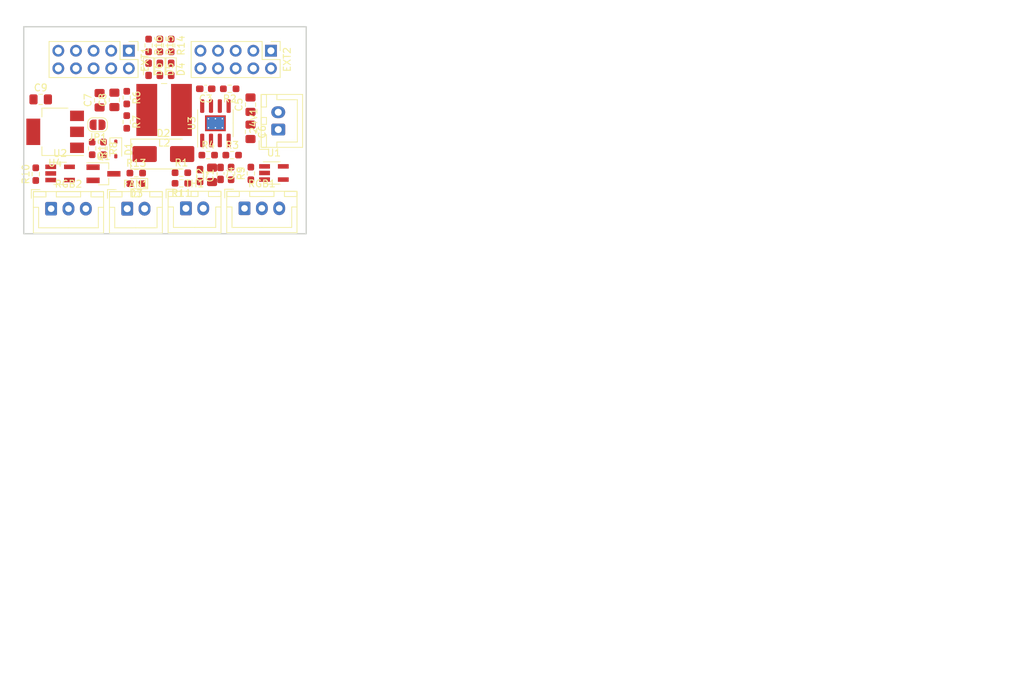
<source format=kicad_pcb>
(kicad_pcb (version 20221018) (generator pcbnew)
  (layers (0 "F.Cu" signal) (31 "B.Cu" signal) (34 "B.Paste" user) (35 "F.Paste" user) (36 "B.SilkS" user "B.Silkscreen") (37 "F.SilkS" user "F.Silkscreen") (38 "B.Mask" user) (39 "F.Mask" user) (44 "Edge.Cuts" user))
  (net 0 "")
  (net 1 "GND")
  (net 2 "+24V")
  (net 3 "Net-(TH1-Pin_1)")
  (net 4 "Net-(U3-BST)")
  (net 5 "Net-(D2-K)")
  (net 6 "Net-(U3-COMP)")
  (net 7 "Net-(C4-Pad2)")
  (net 8 "+5V")
  (net 9 "+3.3V")
  (net 10 "Net-(D1-A)")
  (net 11 "Net-(D3-K)")
  (net 12 "Net-(D4-K)")
  (net 13 "Net-(D5-K)")
  (net 14 "Net-(D6-K)")
  (net 19 "RGB2")
  (net 23 "VDD")
  (net 24 "FAN_PWM")
  (net 29 "RGB1")
  (net 30 "TH")
  (net 33 "Net-(Q1-G)")
  (net 34 "Net-(U3-FREQ)")
  (net 35 "Net-(U3-EN)")
  (net 36 "Net-(U3-FB)")
  (net 37 "Net-(RGB1-Pin_2)")
  (net 38 "Net-(RGB2-Pin_2)")
  (footprint "Diode_SMD:D_SMB_Handsoldering" (layer "F.Cu") (at 132.7404 89.662)
    (fp_text reference "D2" (at 0 -3) (layer "F.SilkS"))
    (fp_text value "SS34/SMB")
    (fp_line (start -4.71 -2.15) (end -4.71 2.15) (stroke (width 0.12)) (layer "F.SilkS"))
    (fp_line (start -4.71 -2.15) (end 2.7 -2.15) (stroke (width 0.12)) (layer "F.SilkS"))
    (fp_line (start -4.71 2.15) (end 2.7 2.15) (stroke (width 0.12)) (layer "F.SilkS"))
    (pad "1" smd roundrect (at -2.7 0) (size 3.5 2.3) (layers "F.Cu" "F.Paste" "F.Mask") (roundrect_rratio 0.1086956522) (net 5 "Net-(D2-K)"))
    (pad "2" smd roundrect (at 2.7 0) (size 3.5 2.3) (layers "F.Cu" "F.Paste" "F.Mask") (roundrect_rratio 0.1086956522) (net 1 "GND"))
  )
  (footprint "Resistor_SMD:R_0603_1608Metric_Pad0.98x0.95mm_HandSolder" (layer "F.Cu") (at 124.1044 88.8492 -90)
    (fp_text reference "R8" (at 0 -1.43 90) (layer "F.SilkS"))
    (fp_text value "100k/0603")
    (fp_line (start -0.254724 -0.5225) (end 0.254724 -0.5225) (stroke (width 0.12)) (layer "F.SilkS"))
    (fp_line (start -0.254724 0.5225) (end 0.254724 0.5225) (stroke (width 0.12)) (layer "F.SilkS"))
    (pad "1" smd roundrect (at -0.9125 0 270) (size 0.975 0.95) (layers "F.Cu" "F.Paste" "F.Mask") (net 1 "GND"))
    (pad "2" smd roundrect (at 0.9125 0 270) (size 0.975 0.95) (layers "F.Cu" "F.Paste" "F.Mask") (net 33 "Net-(Q1-G)"))
  )
  (footprint "Resistor_SMD:R_0603_1608Metric_Pad0.98x0.95mm_HandSolder" (layer "F.Cu") (at 135.3293 93.8784 180)
    (fp_text reference "R11" (at 0 -1.43) (layer "F.SilkS"))
    (fp_text value "4k7/0.1%/0603")
    (fp_line (start -0.254724 -0.5225) (end 0.254724 -0.5225) (stroke (width 0.12)) (layer "F.SilkS"))
    (fp_line (start -0.254724 0.5225) (end 0.254724 0.5225) (stroke (width 0.12)) (layer "F.SilkS"))
    (pad "1" smd roundrect (at -0.9125 0 180) (size 0.975 0.95) (layers "F.Cu" "F.Paste" "F.Mask") (net 3 "Net-(TH1-Pin_1)"))
    (pad "2" smd roundrect (at 0.9125 0 180) (size 0.975 0.95) (layers "F.Cu" "F.Paste" "F.Mask") (net 9 "+3.3V"))
  )
  (footprint "Resistor_SMD:R_0603_1608Metric_Pad0.98x0.95mm_HandSolder" (layer "F.Cu") (at 122.4788 88.8492 -90)
    (fp_text reference "R12" (at 0 -1.43 90) (layer "F.SilkS"))
    (fp_text value "100R/0603")
    (fp_line (start -0.254724 -0.5225) (end 0.254724 -0.5225) (stroke (width 0.12)) (layer "F.SilkS"))
    (fp_line (start -0.254724 0.5225) (end 0.254724 0.5225) (stroke (width 0.12)) (layer "F.SilkS"))
    (pad "1" smd roundrect (at -0.9125 0 270) (size 0.975 0.95) (layers "F.Cu" "F.Paste" "F.Mask") (net 24 "FAN_PWM"))
    (pad "2" smd roundrect (at 0.9125 0 270) (size 0.975 0.95) (layers "F.Cu" "F.Paste" "F.Mask") (net 33 "Net-(Q1-G)"))
  )
  (footprint "Connector_JST:JST_XH_B2B-XH-A_1x02_P2.50mm_Vertical" (layer "F.Cu") (at 127.528 97.536)
    (fp_text reference "FAN1" (at 1.25 -3.55) (layer "F.SilkS"))
    (fp_text value "Conn_01x02")
    (fp_line (start -2.85 -2.75) (end -2.85 -1.5) (stroke (width 0.12)) (layer "F.SilkS"))
    (fp_line (start -2.56 -2.46) (end -2.56 3.51) (stroke (width 0.12)) (layer "F.SilkS"))
    (fp_line (start -2.56 3.51) (end 5.06 3.51) (stroke (width 0.12)) (layer "F.SilkS"))
    (fp_line (start -2.55 -2.45) (end -2.55 -1.7) (stroke (width 0.12)) (layer "F.SilkS"))
    (fp_line (start -2.55 -1.7) (end -0.75 -1.7) (stroke (width 0.12)) (layer "F.SilkS"))
    (fp_line (start -2.55 -0.2) (end -1.8 -0.2) (stroke (width 0.12)) (layer "F.SilkS"))
    (fp_line (start -1.8 -0.2) (end -1.8 2.75) (stroke (width 0.12)) (layer "F.SilkS"))
    (fp_line (start -1.8 2.75) (end 1.25 2.75) (stroke (width 0.12)) (layer "F.SilkS"))
    (fp_line (start -1.6 -2.75) (end -2.85 -2.75) (stroke (width 0.12)) (layer "F.SilkS"))
    (fp_line (start -0.75 -2.45) (end -2.55 -2.45) (stroke (width 0.12)) (layer "F.SilkS"))
    (fp_line (start -0.75 -1.7) (end -0.75 -2.45) (stroke (width 0.12)) (layer "F.SilkS"))
    (fp_line (start 0.75 -2.45) (end 0.75 -1.7) (stroke (width 0.12)) (layer "F.SilkS"))
    (fp_line (start 0.75 -1.7) (end 1.75 -1.7) (stroke (width 0.12)) (layer "F.SilkS"))
    (fp_line (start 1.75 -2.45) (end 0.75 -2.45) (stroke (width 0.12)) (layer "F.SilkS"))
    (fp_line (start 1.75 -1.7) (end 1.75 -2.45) (stroke (width 0.12)) (layer "F.SilkS"))
    (fp_line (start 3.25 -2.45) (end 3.25 -1.7) (stroke (width 0.12)) (layer "F.SilkS"))
    (fp_line (start 3.25 -1.7) (end 5.05 -1.7) (stroke (width 0.12)) (layer "F.SilkS"))
    (fp_line (start 4.3 -0.2) (end 4.3 2.75) (stroke (width 0.12)) (layer "F.SilkS"))
    (fp_line (start 4.3 2.75) (end 1.25 2.75) (stroke (width 0.12)) (layer "F.SilkS"))
    (fp_line (start 5.05 -2.45) (end 3.25 -2.45) (stroke (width 0.12)) (layer "F.SilkS"))
    (fp_line (start 5.05 -1.7) (end 5.05 -2.45) (stroke (width 0.12)) (layer "F.SilkS"))
    (fp_line (start 5.05 -0.2) (end 4.3 -0.2) (stroke (width 0.12)) (layer "F.SilkS"))
    (fp_line (start 5.06 -2.46) (end -2.56 -2.46) (stroke (width 0.12)) (layer "F.SilkS"))
    (fp_line (start 5.06 3.51) (end 5.06 -2.46) (stroke (width 0.12)) (layer "F.SilkS"))
    (pad "1" thru_hole roundrect (at 0 0) (size 1.7 2) (drill 1) (layers "*.Cu" "*.Mask") (roundrect_rratio 0.147059) (net 2 "+24V"))
    (pad "2" thru_hole oval (at 2.5 0) (size 1.7 2) (drill 1) (layers "*.Cu" "*.Mask") (net 10 "Net-(D1-A)"))
  )
  (footprint "Connector_PinHeader_2.54mm:PinHeader_2x05_P2.54mm_Vertical" (layer "F.Cu") (at 127.762 74.7776 -90)
    (fp_text reference "EXT1" (at 1.27 -2.33 90) (layer "F.SilkS"))
    (fp_text value "Conn_02x05_Odd_Even")
    (fp_line (start -1.33 -1.33) (end 0 -1.33) (stroke (width 0.12)) (layer "F.SilkS"))
    (fp_line (start -1.33 0) (end -1.33 -1.33) (stroke (width 0.12)) (layer "F.SilkS"))
    (fp_line (start -1.33 1.27) (end -1.33 11.49) (stroke (width 0.12)) (layer "F.SilkS"))
    (fp_line (start -1.33 1.27) (end 1.27 1.27) (stroke (width 0.12)) (layer "F.SilkS"))
    (fp_line (start -1.33 11.49) (end 3.87 11.49) (stroke (width 0.12)) (layer "F.SilkS"))
    (fp_line (start 1.27 -1.33) (end 3.87 -1.33) (stroke (width 0.12)) (layer "F.SilkS"))
    (fp_line (start 1.27 1.27) (end 1.27 -1.33) (stroke (width 0.12)) (layer "F.SilkS"))
    (fp_line (start 3.87 -1.33) (end 3.87 11.49) (stroke (width 0.12)) (layer "F.SilkS"))
    (pad "1" thru_hole rect (at 0 0 270) (size 1.7 1.7) (drill 1) (layers "*.Cu" "*.Mask"))
    (pad "2" thru_hole oval (at 2.54 0 270) (size 1.7 1.7) (drill 1) (layers "*.Cu" "*.Mask"))
    (pad "3" thru_hole oval (at 0 2.54 270) (size 1.7 1.7) (drill 1) (layers "*.Cu" "*.Mask"))
    (pad "4" thru_hole oval (at 2.54 2.54 270) (size 1.7 1.7) (drill 1) (layers "*.Cu" "*.Mask"))
    (pad "5" thru_hole oval (at 0 5.08 270) (size 1.7 1.7) (drill 1) (layers "*.Cu" "*.Mask") (net 19 "RGB2"))
    (pad "6" thru_hole oval (at 2.54 5.08 270) (size 1.7 1.7) (drill 1) (layers "*.Cu" "*.Mask"))
    (pad "7" thru_hole oval (at 0 7.62 270) (size 1.7 1.7) (drill 1) (layers "*.Cu" "*.Mask"))
    (pad "8" thru_hole oval (at 2.54 7.62 270) (size 1.7 1.7) (drill 1) (layers "*.Cu" "*.Mask"))
    (pad "9" thru_hole oval (at 0 10.16 270) (size 1.7 1.7) (drill 1) (layers "*.Cu" "*.Mask") (net 1 "GND"))
    (pad "10" thru_hole oval (at 2.54 10.16 270) (size 1.7 1.7) (drill 1) (layers "*.Cu" "*.Mask") (net 23 "VDD"))
  )
  (footprint "Connector_JST:JST_XH_B2B-XH-A_1x02_P2.50mm_Vertical" (layer "F.Cu") (at 149.2842 86.1368 90)
    (fp_text reference "24V1" (at 1.25 -3.55 90) (layer "F.SilkS"))
    (fp_text value "Conn_01x02")
    (fp_line (start -2.85 -2.75) (end -2.85 -1.5) (stroke (width 0.12)) (layer "F.SilkS"))
    (fp_line (start -2.56 -2.46) (end -2.56 3.51) (stroke (width 0.12)) (layer "F.SilkS"))
    (fp_line (start -2.56 3.51) (end 5.06 3.51) (stroke (width 0.12)) (layer "F.SilkS"))
    (fp_line (start -2.55 -2.45) (end -2.55 -1.7) (stroke (width 0.12)) (layer "F.SilkS"))
    (fp_line (start -2.55 -1.7) (end -0.75 -1.7) (stroke (width 0.12)) (layer "F.SilkS"))
    (fp_line (start -2.55 -0.2) (end -1.8 -0.2) (stroke (width 0.12)) (layer "F.SilkS"))
    (fp_line (start -1.8 -0.2) (end -1.8 2.75) (stroke (width 0.12)) (layer "F.SilkS"))
    (fp_line (start -1.8 2.75) (end 1.25 2.75) (stroke (width 0.12)) (layer "F.SilkS"))
    (fp_line (start -1.6 -2.75) (end -2.85 -2.75) (stroke (width 0.12)) (layer "F.SilkS"))
    (fp_line (start -0.75 -2.45) (end -2.55 -2.45) (stroke (width 0.12)) (layer "F.SilkS"))
    (fp_line (start -0.75 -1.7) (end -0.75 -2.45) (stroke (width 0.12)) (layer "F.SilkS"))
    (fp_line (start 0.75 -2.45) (end 0.75 -1.7) (stroke (width 0.12)) (layer "F.SilkS"))
    (fp_line (start 0.75 -1.7) (end 1.75 -1.7) (stroke (width 0.12)) (layer "F.SilkS"))
    (fp_line (start 1.75 -2.45) (end 0.75 -2.45) (stroke (width 0.12)) (layer "F.SilkS"))
    (fp_line (start 1.75 -1.7) (end 1.75 -2.45) (stroke (width 0.12)) (layer "F.SilkS"))
    (fp_line (start 3.25 -2.45) (end 3.25 -1.7) (stroke (width 0.12)) (layer "F.SilkS"))
    (fp_line (start 3.25 -1.7) (end 5.05 -1.7) (stroke (width 0.12)) (layer "F.SilkS"))
    (fp_line (start 4.3 -0.2) (end 4.3 2.75) (stroke (width 0.12)) (layer "F.SilkS"))
    (fp_line (start 4.3 2.75) (end 1.25 2.75) (stroke (width 0.12)) (layer "F.SilkS"))
    (fp_line (start 5.05 -2.45) (end 3.25 -2.45) (stroke (width 0.12)) (layer "F.SilkS"))
    (fp_line (start 5.05 -1.7) (end 5.05 -2.45) (stroke (width 0.12)) (layer "F.SilkS"))
    (fp_line (start 5.05 -0.2) (end 4.3 -0.2) (stroke (width 0.12)) (layer "F.SilkS"))
    (fp_line (start 5.06 -2.46) (end -2.56 -2.46) (stroke (width 0.12)) (layer "F.SilkS"))
    (fp_line (start 5.06 3.51) (end 5.06 -2.46) (stroke (width 0.12)) (layer "F.SilkS"))
    (pad "1" thru_hole roundrect (at 0 0 90) (size 1.7 2) (drill 1) (layers "*.Cu" "*.Mask") (roundrect_rratio 0.147059) (net 1 "GND"))
    (pad "2" thru_hole oval (at 2.5 0 90) (size 1.7 2) (drill 1) (layers "*.Cu" "*.Mask") (net 2 "+24V"))
  )
  (footprint "Capacitor_SMD:C_0805_2012Metric_Pad1.18x1.45mm_HandSolder" (layer "F.Cu") (at 145.288 82.55 90)
    (fp_text reference "C5" (at 0 -1.68 90) (layer "F.SilkS"))
    (fp_text value "10u/25V/0805")
    (fp_line (start -0.261252 -0.735) (end 0.261252 -0.735) (stroke (width 0.12)) (layer "F.SilkS"))
    (fp_line (start -0.261252 0.735) (end 0.261252 0.735) (stroke (width 0.12)) (layer "F.SilkS"))
    (pad "1" smd roundrect (at -1.0375 0 90) (size 1.175 1.45) (layers "F.Cu" "F.Paste" "F.Mask") (roundrect_rratio 0.212766) (net 2 "+24V"))
    (pad "2" smd roundrect (at 1.0375 0 90) (size 1.175 1.45) (layers "F.Cu" "F.Paste" "F.Mask") (roundrect_rratio 0.212766) (net 1 "GND"))
  )
  (footprint "Package_TO_SOT_SMD:SOT-23-5_HandSoldering" (layer "F.Cu") (at 148.6624 92.39)
    (fp_text reference "U1" (at 0 -2.9) (layer "F.SilkS"))
    (fp_text value "74LVC1G17")
    (fp_line (start -0.9 1.61) (end 0.9 1.61) (stroke (width 0.12)) (layer "F.SilkS"))
    (fp_line (start 0.9 -1.61) (end -1.55 -1.61) (stroke (width 0.12)) (layer "F.SilkS"))
    (pad "1" smd rect (at -1.35 -0.95) (size 1.56 0.65) (layers "F.Cu" "F.Paste" "F.Mask"))
    (pad "2" smd rect (at -1.35 0) (size 1.56 0.65) (layers "F.Cu" "F.Paste" "F.Mask") (net 29 "RGB1"))
    (pad "3" smd rect (at -1.35 0.95) (size 1.56 0.65) (layers "F.Cu" "F.Paste" "F.Mask") (net 1 "GND"))
    (pad "4" smd rect (at 1.35 0.95) (size 1.56 0.65) (layers "F.Cu" "F.Paste" "F.Mask") (net 37 "Net-(RGB1-Pin_2)"))
    (pad "5" smd rect (at 1.35 -0.95) (size 1.56 0.65) (layers "F.Cu" "F.Paste" "F.Mask") (net 8 "+5V"))
  )
  (footprint "LED_SMD:LED_0603_1608Metric_Pad1.05x0.95mm_HandSolder" (layer "F.Cu") (at 133.858 77.4586 -90)
    (fp_text reference "D4" (at 0 -1.43 90) (layer "F.SilkS"))
    (fp_text value "Red/20mA/0603")
    (fp_line (start -1.66 -0.735) (end -1.66 0.735) (stroke (width 0.12)) (layer "F.SilkS"))
    (fp_line (start -1.66 0.735) (end 0.8 0.735) (stroke (width 0.12)) (layer "F.SilkS"))
    (fp_line (start 0.8 -0.735) (end -1.66 -0.735) (stroke (width 0.12)) (layer "F.SilkS"))
    (pad "1" smd roundrect (at -0.875 0 270) (size 1.05 0.95) (layers "F.Cu" "F.Paste" "F.Mask") (net 12 "Net-(D4-K)"))
    (pad "2" smd roundrect (at 0.875 0 270) (size 1.05 0.95) (layers "F.Cu" "F.Paste" "F.Mask") (net 2 "+24V"))
  )
  (footprint "Capacitor_SMD:C_0805_2012Metric_Pad1.18x1.45mm_HandSolder" (layer "F.Cu") (at 123.5456 81.9111 90)
    (fp_text reference "C7" (at 0 -1.68 90) (layer "F.SilkS"))
    (fp_text value "10u/25V/0805")
    (fp_line (start -0.261252 -0.735) (end 0.261252 -0.735) (stroke (width 0.12)) (layer "F.SilkS"))
    (fp_line (start -0.261252 0.735) (end 0.261252 0.735) (stroke (width 0.12)) (layer "F.SilkS"))
    (pad "1" smd roundrect (at -1.0375 0 90) (size 1.175 1.45) (layers "F.Cu" "F.Paste" "F.Mask") (roundrect_rratio 0.212766) (net 8 "+5V"))
    (pad "2" smd roundrect (at 1.0375 0 90) (size 1.175 1.45) (layers "F.Cu" "F.Paste" "F.Mask") (roundrect_rratio 0.212766) (net 1 "GND"))
  )
  (footprint "Resistor_SMD:R_0603_1608Metric_Pad0.98x0.95mm_HandSolder" (layer "F.Cu") (at 128.8269 92.4052)
    (fp_text reference "R13" (at 0 -1.43) (layer "F.SilkS"))
    (fp_text value "22k")
    (fp_line (start -0.254724 -0.5225) (end 0.254724 -0.5225) (stroke (width 0.12)) (layer "F.SilkS"))
    (fp_line (start -0.254724 0.5225) (end 0.254724 0.5225) (stroke (width 0.12)) (layer "F.SilkS"))
    (pad "1" smd roundrect (at -0.9125 0) (size 0.975 0.95) (layers "F.Cu" "F.Paste" "F.Mask") (net 10 "Net-(D1-A)"))
    (pad "2" smd roundrect (at 0.9125 0) (size 0.975 0.95) (layers "F.Cu" "F.Paste" "F.Mask") (net 11 "Net-(D3-K)"))
  )
  (footprint "Connector_PinHeader_2.54mm:PinHeader_2x05_P2.54mm_Vertical" (layer "F.Cu") (at 148.2344 74.7776 -90)
    (fp_text reference "EXT2" (at 1.27 -2.33 90) (layer "F.SilkS"))
    (fp_text value "Conn_02x05_Odd_Even")
    (fp_line (start -1.33 -1.33) (end 0 -1.33) (stroke (width 0.12)) (layer "F.SilkS"))
    (fp_line (start -1.33 0) (end -1.33 -1.33) (stroke (width 0.12)) (layer "F.SilkS"))
    (fp_line (start -1.33 1.27) (end -1.33 11.49) (stroke (width 0.12)) (layer "F.SilkS"))
    (fp_line (start -1.33 1.27) (end 1.27 1.27) (stroke (width 0.12)) (layer "F.SilkS"))
    (fp_line (start -1.33 11.49) (end 3.87 11.49) (stroke (width 0.12)) (layer "F.SilkS"))
    (fp_line (start 1.27 -1.33) (end 3.87 -1.33) (stroke (width 0.12)) (layer "F.SilkS"))
    (fp_line (start 1.27 1.27) (end 1.27 -1.33) (stroke (width 0.12)) (layer "F.SilkS"))
    (fp_line (start 3.87 -1.33) (end 3.87 11.49) (stroke (width 0.12)) (layer "F.SilkS"))
    (pad "1" thru_hole rect (at 0 0 270) (size 1.7 1.7) (drill 1) (layers "*.Cu" "*.Mask") (net 24 "FAN_PWM"))
    (pad "2" thru_hole oval (at 2.54 0 270) (size 1.7 1.7) (drill 1) (layers "*.Cu" "*.Mask"))
    (pad "3" thru_hole oval (at 0 2.54 270) (size 1.7 1.7) (drill 1) (layers "*.Cu" "*.Mask"))
    (pad "4" thru_hole oval (at 2.54 2.54 270) (size 1.7 1.7) (drill 1) (layers "*.Cu" "*.Mask"))
    (pad "5" thru_hole oval (at 0 5.08 270) (size 1.7 1.7) (drill 1) (layers "*.Cu" "*.Mask"))
    (pad "6" thru_hole oval (at 2.54 5.08 270) (size 1.7 1.7) (drill 1) (layers "*.Cu" "*.Mask") (net 29 "RGB1"))
    (pad "7" thru_hole oval (at 0 7.62 270) (size 1.7 1.7) (drill 1) (layers "*.Cu" "*.Mask") (net 30 "TH"))
    (pad "8" thru_hole oval (at 2.54 7.62 270) (size 1.7 1.7) (drill 1) (layers "*.Cu" "*.Mask"))
    (pad "9" thru_hole oval (at 0 10.16 270) (size 1.7 1.7) (drill 1) (layers "*.Cu" "*.Mask") (net 1 "GND"))
    (pad "10" thru_hole oval (at 2.54 10.16 270) (size 1.7 1.7) (drill 1) (layers "*.Cu" "*.Mask"))
  )
  (footprint "Capacitor_SMD:C_0603_1608Metric_Pad1.08x0.95mm_HandSolder" (layer "F.Cu") (at 138.8364 80.264 180)
    (fp_text reference "C3" (at 0 -1.43) (layer "F.SilkS"))
    (fp_text value "100n/50V/0603")
    (fp_line (start -0.146267 -0.51) (end 0.146267 -0.51) (stroke (width 0.12)) (layer "F.SilkS"))
    (fp_line (start -0.146267 0.51) (end 0.146267 0.51) (stroke (width 0.12)) (layer "F.SilkS"))
    (pad "1" smd roundrect (at -0.8625 0 180) (size 1.075 0.95) (layers "F.Cu" "F.Paste" "F.Mask") (net 4 "Net-(U3-BST)"))
    (pad "2" smd roundrect (at 0.8625 0 180) (size 1.075 0.95) (layers "F.Cu" "F.Paste" "F.Mask") (net 5 "Net-(D2-K)"))
  )
  (footprint "Resistor_SMD:R_0603_1608Metric_Pad0.98x0.95mm_HandSolder" (layer "F.Cu") (at 127.4572 81.5321 -90)
    (fp_text reference "R6" (at 0 -1.43 90) (layer "F.SilkS"))
    (fp_text value "40.2k/0603")
    (fp_line (start -0.254724 -0.5225) (end 0.254724 -0.5225) (stroke (width 0.12)) (layer "F.SilkS"))
    (fp_line (start -0.254724 0.5225) (end 0.254724 0.5225) (stroke (width 0.12)) (layer "F.SilkS"))
    (pad "1" smd roundrect (at -0.9125 0 270) (size 0.975 0.95) (layers "F.Cu" "F.Paste" "F.Mask") (net 1 "GND"))
    (pad "2" smd roundrect (at 0.9125 0 270) (size 0.975 0.95) (layers "F.Cu" "F.Paste" "F.Mask") (net 36 "Net-(U3-FB)"))
  )
  (footprint "LED_SMD:LED_0603_1608Metric_Pad1.05x0.95mm_HandSolder" (layer "F.Cu") (at 130.6068 77.4586 -90)
    (fp_text reference "D6" (at 0 -1.43 90) (layer "F.SilkS"))
    (fp_text value "Red/20mA/0603")
    (fp_line (start -1.66 -0.735) (end -1.66 0.735) (stroke (width 0.12)) (layer "F.SilkS"))
    (fp_line (start -1.66 0.735) (end 0.8 0.735) (stroke (width 0.12)) (layer "F.SilkS"))
    (fp_line (start 0.8 -0.735) (end -1.66 -0.735) (stroke (width 0.12)) (layer "F.SilkS"))
    (pad "1" smd roundrect (at -0.875 0 270) (size 1.05 0.95) (layers "F.Cu" "F.Paste" "F.Mask") (net 14 "Net-(D6-K)"))
    (pad "2" smd roundrect (at 0.875 0 270) (size 1.05 0.95) (layers "F.Cu" "F.Paste" "F.Mask") (net 9 "+3.3V"))
  )
  (footprint "Capacitor_SMD:C_0603_1608Metric_Pad1.08x0.95mm_HandSolder" (layer "F.Cu") (at 140.97 92.4549 -90)
    (fp_text reference "C4" (at 0 -1.43 90) (layer "F.SilkS"))
    (fp_text value "150p/50V/0603")
    (fp_line (start -0.146267 -0.51) (end 0.146267 -0.51) (stroke (width 0.12)) (layer "F.SilkS"))
    (fp_line (start -0.146267 0.51) (end 0.146267 0.51) (stroke (width 0.12)) (layer "F.SilkS"))
    (pad "1" smd roundrect (at -0.8625 0 270) (size 1.075 0.95) (layers "F.Cu" "F.Paste" "F.Mask") (net 6 "Net-(U3-COMP)"))
    (pad "2" smd roundrect (at 0.8625 0 270) (size 1.075 0.95) (layers "F.Cu" "F.Paste" "F.Mask") (net 7 "Net-(C4-Pad2)"))
  )
  (footprint "Diode_SMD:D_SOD-323" (layer "F.Cu") (at 125.8824 88.934 -90)
    (fp_text reference "D1" (at 0 -1.85 90) (layer "F.SilkS"))
    (fp_text value "1N5819WS")
    (fp_line (start -1.61 -0.85) (end -1.61 0.85) (stroke (width 0.12)) (layer "F.SilkS"))
    (fp_line (start -1.61 -0.85) (end 1.05 -0.85) (stroke (width 0.12)) (layer "F.SilkS"))
    (fp_line (start -1.61 0.85) (end 1.05 0.85) (stroke (width 0.12)) (layer "F.SilkS"))
    (pad "1" smd roundrect (at -1.05 0 270) (size 0.6 0.45) (layers "F.Cu" "F.Paste" "F.Mask") (net 2 "+24V"))
    (pad "2" smd roundrect (at 1.05 0 270) (size 0.6 0.45) (layers "F.Cu" "F.Paste" "F.Mask") (net 10 "Net-(D1-A)"))
  )
  (footprint "Resistor_SMD:R_0603_1608Metric_Pad0.98x0.95mm_HandSolder" (layer "F.Cu") (at 145.3388 92.456 90)
    (fp_text reference "R9" (at 0 -1.43 90) (layer "F.SilkS"))
    (fp_text value "10k/0603")
    (fp_line (start -0.254724 -0.5225) (end 0.254724 -0.5225) (stroke (width 0.12)) (layer "F.SilkS"))
    (fp_line (start -0.254724 0.5225) (end 0.254724 0.5225) (stroke (width 0.12)) (layer "F.SilkS"))
    (pad "1" smd roundrect (at -0.9125 0 90) (size 0.975 0.95) (layers "F.Cu" "F.Paste" "F.Mask") (net 1 "GND"))
    (pad "2" smd roundrect (at 0.9125 0 90) (size 0.975 0.95) (layers "F.Cu" "F.Paste" "F.Mask") (net 29 "RGB1"))
  )
  (footprint "Resistor_SMD:R_0603_1608Metric_Pad0.98x0.95mm_HandSolder" (layer "F.Cu") (at 130.6068 74.0156 -90)
    (fp_text reference "R16" (at 0 -1.43 90) (layer "F.SilkS"))
    (fp_text value "560R")
    (fp_line (start -0.254724 -0.5225) (end 0.254724 -0.5225) (stroke (width 0.12)) (layer "F.SilkS"))
    (fp_line (start -0.254724 0.5225) (end 0.254724 0.5225) (stroke (width 0.12)) (layer "F.SilkS"))
    (pad "1" smd roundrect (at -0.9125 0 270) (size 0.975 0.95) (layers "F.Cu" "F.Paste" "F.Mask") (net 1 "GND"))
    (pad "2" smd roundrect (at 0.9125 0 270) (size 0.975 0.95) (layers "F.Cu" "F.Paste" "F.Mask") (net 14 "Net-(D6-K)"))
  )
  (footprint "Connector_JST:JST_XH_B3B-XH-A_1x03_P2.50mm_Vertical" (layer "F.Cu") (at 116.5644 97.536)
    (fp_text reference "RGB2" (at 2.5 -3.55) (layer "F.SilkS"))
    (fp_text value "Conn_01x03")
    (fp_line (start -2.85 -2.75) (end -2.85 -1.5) (stroke (width 0.12)) (layer "F.SilkS"))
    (fp_line (start -2.56 -2.46) (end -2.56 3.51) (stroke (width 0.12)) (layer "F.SilkS"))
    (fp_line (start -2.56 3.51) (end 7.56 3.51) (stroke (width 0.12)) (layer "F.SilkS"))
    (fp_line (start -2.55 -2.45) (end -2.55 -1.7) (stroke (width 0.12)) (layer "F.SilkS"))
    (fp_line (start -2.55 -1.7) (end -0.75 -1.7) (stroke (width 0.12)) (layer "F.SilkS"))
    (fp_line (start -2.55 -0.2) (end -1.8 -0.2) (stroke (width 0.12)) (layer "F.SilkS"))
    (fp_line (start -1.8 -0.2) (end -1.8 2.75) (stroke (width 0.12)) (layer "F.SilkS"))
    (fp_line (start -1.8 2.75) (end 2.5 2.75) (stroke (width 0.12)) (layer "F.SilkS"))
    (fp_line (start -1.6 -2.75) (end -2.85 -2.75) (stroke (width 0.12)) (layer "F.SilkS"))
    (fp_line (start -0.75 -2.45) (end -2.55 -2.45) (stroke (width 0.12)) (layer "F.SilkS"))
    (fp_line (start -0.75 -1.7) (end -0.75 -2.45) (stroke (width 0.12)) (layer "F.SilkS"))
    (fp_line (start 0.75 -2.45) (end 0.75 -1.7) (stroke (width 0.12)) (layer "F.SilkS"))
    (fp_line (start 0.75 -1.7) (end 4.25 -1.7) (stroke (width 0.12)) (layer "F.SilkS"))
    (fp_line (start 4.25 -2.45) (end 0.75 -2.45) (stroke (width 0.12)) (layer "F.SilkS"))
    (fp_line (start 4.25 -1.7) (end 4.25 -2.45) (stroke (width 0.12)) (layer "F.SilkS"))
    (fp_line (start 5.75 -2.45) (end 5.75 -1.7) (stroke (width 0.12)) (layer "F.SilkS"))
    (fp_line (start 5.75 -1.7) (end 7.55 -1.7) (stroke (width 0.12)) (layer "F.SilkS"))
    (fp_line (start 6.8 -0.2) (end 6.8 2.75) (stroke (width 0.12)) (layer "F.SilkS"))
    (fp_line (start 6.8 2.75) (end 2.5 2.75) (stroke (width 0.12)) (layer "F.SilkS"))
    (fp_line (start 7.55 -2.45) (end 5.75 -2.45) (stroke (width 0.12)) (layer "F.SilkS"))
    (fp_line (start 7.55 -1.7) (end 7.55 -2.45) (stroke (width 0.12)) (layer "F.SilkS"))
    (fp_line (start 7.55 -0.2) (end 6.8 -0.2) (stroke (width 0.12)) (layer "F.SilkS"))
    (fp_line (start 7.56 -2.46) (end -2.56 -2.46) (stroke (width 0.12)) (layer "F.SilkS"))
    (fp_line (start 7.56 3.51) (end 7.56 -2.46) (stroke (width 0.12)) (layer "F.SilkS"))
    (pad "1" thru_hole roundrect (at 0 0) (size 1.7 1.95) (drill 0.95) (layers "*.Cu" "*.Mask") (roundrect_rratio 0.147059) (net 8 "+5V"))
    (pad "2" thru_hole oval (at 2.5 0) (size 1.7 1.95) (drill 0.95) (layers "*.Cu" "*.Mask") (net 38 "Net-(RGB2-Pin_2)"))
    (pad "3" thru_hole oval (at 5 0) (size 1.7 1.95) (drill 0.95) (layers "*.Cu" "*.Mask") (net 1 "GND"))
  )
  (footprint "Resistor_SMD:R_0603_1608Metric_Pad0.98x0.95mm_HandSolder" (layer "F.Cu") (at 139.1939 89.8144)
    (fp_text reference "R4" (at 0 -1.43) (layer "F.SilkS"))
    (fp_text value "24.9k/0603")
    (fp_line (start -0.254724 -0.5225) (end 0.254724 -0.5225) (stroke (width 0.12)) (layer "F.SilkS"))
    (fp_line (start -0.254724 0.5225) (end 0.254724 0.5225) (stroke (width 0.12)) (layer "F.SilkS"))
    (pad "1" smd roundrect (at -0.9125 0) (size 0.975 0.95) (layers "F.Cu" "F.Paste" "F.Mask") (net 1 "GND"))
    (pad "2" smd roundrect (at 0.9125 0) (size 0.975 0.95) (layers "F.Cu" "F.Paste" "F.Mask") (net 35 "Net-(U3-EN)"))
  )
  (footprint "Resistor_SMD:R_0603_1608Metric_Pad0.98x0.95mm_HandSolder" (layer "F.Cu") (at 132.2324 74.0156 -90)
    (fp_text reference "R15" (at 0 -1.43 90) (layer "F.SilkS"))
    (fp_text value "1k")
    (fp_line (start -0.254724 -0.5225) (end 0.254724 -0.5225) (stroke (width 0.12)) (layer "F.SilkS"))
    (fp_line (start -0.254724 0.5225) (end 0.254724 0.5225) (stroke (width 0.12)) (layer "F.SilkS"))
    (pad "1" smd roundrect (at -0.9125 0 270) (size 0.975 0.95) (layers "F.Cu" "F.Paste" "F.Mask") (net 1 "GND"))
    (pad "2" smd roundrect (at 0.9125 0 270) (size 0.975 0.95) (layers "F.Cu" "F.Paste" "F.Mask") (net 13 "Net-(D5-K)"))
  )
  (footprint "Capacitor_SMD:C_0603_1608Metric_Pad1.08x0.95mm_HandSolder" (layer "F.Cu") (at 138.0236 92.7608 -90)
    (fp_text reference "C1" (at 0 -1.43 90) (layer "F.SilkS"))
    (fp_text value "100n/50V/0603")
    (fp_line (start -0.146267 -0.51) (end 0.146267 -0.51) (stroke (width 0.12)) (layer "F.SilkS"))
    (fp_line (start -0.146267 0.51) (end 0.146267 0.51) (stroke (width 0.12)) (layer "F.SilkS"))
    (pad "1" smd roundrect (at -0.8625 0 270) (size 1.075 0.95) (layers "F.Cu" "F.Paste" "F.Mask") (net 1 "GND"))
    (pad "2" smd roundrect (at 0.8625 0 270) (size 1.075 0.95) (layers "F.Cu" "F.Paste" "F.Mask") (net 3 "Net-(TH1-Pin_1)"))
  )
  (footprint "LED_SMD:LED_0603_1608Metric_Pad1.05x0.95mm_HandSolder" (layer "F.Cu") (at 128.8174 93.9292 180)
    (fp_text reference "D3" (at 0 -1.43) (layer "F.SilkS"))
    (fp_text value "Red/20mA/0603")
    (fp_line (start -1.66 -0.735) (end -1.66 0.735) (stroke (width 0.12)) (layer "F.SilkS"))
    (fp_line (start -1.66 0.735) (end 0.8 0.735) (stroke (width 0.12)) (layer "F.SilkS"))
    (fp_line (start 0.8 -0.735) (end -1.66 -0.735) (stroke (width 0.12)) (layer "F.SilkS"))
    (pad "1" smd roundrect (at -0.875 0 180) (size 1.05 0.95) (layers "F.Cu" "F.Paste" "F.Mask") (net 11 "Net-(D3-K)"))
    (pad "2" smd roundrect (at 0.875 0 180) (size 1.05 0.95) (layers "F.Cu" "F.Paste" "F.Mask") (net 2 "+24V"))
  )
  (footprint "Package_TO_SOT_SMD:SOT-223-3_TabPin2" (layer "F.Cu") (at 117.1448 86.4616 180)
    (fp_text reference "U4" (at 0 -4.5) (layer "F.SilkS"))
    (fp_text value "AMS1117-3.3")
    (fp_line (start -4.1 -3.41) (end 1.91 -3.41) (stroke (width 0.12)) (layer "F.SilkS"))
    (fp_line (start -1.85 3.41) (end 1.91 3.41) (stroke (width 0.12)) (layer "F.SilkS"))
    (fp_line (start 1.91 -3.41) (end 1.91 -2.15) (stroke (width 0.12)) (layer "F.SilkS"))
    (fp_line (start 1.91 3.41) (end 1.91 2.15) (stroke (width 0.12)) (layer "F.SilkS"))
    (pad "1" smd rect (at -3.15 -2.3 180) (size 2 1.5) (layers "F.Cu" "F.Paste" "F.Mask") (net 1 "GND"))
    (pad "2" smd rect (at -3.15 0 180) (size 2 1.5) (layers "F.Cu" "F.Paste" "F.Mask") (net 9 "+3.3V"))
    (pad "2" smd rect (at 3.15 0 180) (size 2 3.8) (layers "F.Cu" "F.Paste" "F.Mask") (net 9 "+3.3V"))
    (pad "3" smd rect (at -3.15 2.3 180) (size 2 1.5) (layers "F.Cu" "F.Paste" "F.Mask") (net 23 "VDD"))
  )
  (footprint "Capacitor_SMD:C_0805_2012Metric_Pad1.18x1.45mm_HandSolder" (layer "F.Cu") (at 139.7508 92.6592 90)
    (fp_text reference "C2" (at 0 -1.68 90) (layer "F.SilkS"))
    (fp_text value "10u/25V/0805")
    (fp_line (start -0.261252 -0.735) (end 0.261252 -0.735) (stroke (width 0.12)) (layer "F.SilkS"))
    (fp_line (start -0.261252 0.735) (end 0.261252 0.735) (stroke (width 0.12)) (layer "F.SilkS"))
    (pad "1" smd roundrect (at -1.0375 0 90) (size 1.175 1.45) (layers "F.Cu" "F.Paste" "F.Mask") (roundrect_rratio 0.212766) (net 3 "Net-(TH1-Pin_1)"))
    (pad "2" smd roundrect (at 1.0375 0 90) (size 1.175 1.45) (layers "F.Cu" "F.Paste" "F.Mask") (roundrect_rratio 0.212766) (net 1 "GND"))
  )
  (footprint "Jumper:SolderJumper-2_P1.3mm_Open_RoundedPad1.0x1.5mm" (layer "F.Cu") (at 123.2512 85.4456 180)
    (fp_text reference "JP1" (at 0 -1.8) (layer "F.SilkS"))
    (fp_text value "SolderJumper_2_Open")
    (fp_line (start -1.4 0.3) (end -1.4 -0.3) (stroke (width 0.12)) (layer "F.SilkS"))
    (fp_line (start -0.7 -1) (end 0.7 -1) (stroke (width 0.12)) (layer "F.SilkS"))
    (fp_line (start 0.7 1) (end -0.7 1) (stroke (width 0.12)) (layer "F.SilkS"))
    (fp_line (start 1.4 -0.3) (end 1.4 0.3) (stroke (width 0.12)) (layer "F.SilkS"))
    (fp_arc (start -1.4 -0.3) (mid -1.194975 -0.794975) (end -0.7 -1) (stroke (width 0.12)) (layer "F.SilkS"))
    (fp_arc (start -0.7 1) (mid -1.194975 0.794975) (end -1.4 0.3) (stroke (width 0.12)) (layer "F.SilkS"))
    (fp_arc (start 0.7 -1) (mid 1.194975 -0.794975) (end 1.4 -0.3) (stroke (width 0.12)) (layer "F.SilkS"))
    (fp_arc (start 1.4 0.3) (mid 1.194975 0.794975) (end 0.7 1) (stroke (width 0.12)) (layer "F.SilkS"))
    (pad "1" smd custom (at -0.65 0 180) (size 1 0.5) (layers "F.Cu" "F.Mask") (net 8 "+5V") (options (clearance outline) (anchor rect)) (primitives (gr_circle (center 0 0.25) (end 0.5 0.25) (width 0) (fill yes)) (gr_circle (center 0 -0.25) (end 0.5 -0.25) (width 0) (fill yes)) (gr_poly (pts (xy 0.5 0.75) (xy 0 0.75) (xy 0 -0.75) (xy 0.5 -0.75)) (width 0) (fill yes))))
    (pad "2" smd custom (at 0.65 0 180) (size 1 0.5) (layers "F.Cu" "F.Mask") (net 23 "VDD") (options (clearance outline) (anchor rect)) (primitives (gr_circle (center 0 0.25) (end 0.5 0.25) (width 0) (fill yes)) (gr_circle (center 0 -0.25) (end 0.5 -0.25) (width 0) (fill yes)) (gr_poly (pts (xy 0 0.75) (xy -0.5 0.75) (xy -0.5 -0.75) (xy 0 -0.75)) (width 0) (fill yes))))
  )
  (footprint "Package_TO_SOT_SMD:SOT-23-5_HandSoldering" (layer "F.Cu") (at 117.856 92.456)
    (fp_text reference "U2" (at 0 -2.9) (layer "F.SilkS"))
    (fp_text value "74LVC1G17")
    (fp_line (start -0.9 1.61) (end 0.9 1.61) (stroke (width 0.12)) (layer "F.SilkS"))
    (fp_line (start 0.9 -1.61) (end -1.55 -1.61) (stroke (width 0.12)) (layer "F.SilkS"))
    (pad "1" smd rect (at -1.35 -0.95) (size 1.56 0.65) (layers "F.Cu" "F.Paste" "F.Mask"))
    (pad "2" smd rect (at -1.35 0) (size 1.56 0.65) (layers "F.Cu" "F.Paste" "F.Mask") (net 19 "RGB2"))
    (pad "3" smd rect (at -1.35 0.95) (size 1.56 0.65) (layers "F.Cu" "F.Paste" "F.Mask") (net 1 "GND"))
    (pad "4" smd rect (at 1.35 0.95) (size 1.56 0.65) (layers "F.Cu" "F.Paste" "F.Mask") (net 38 "Net-(RGB2-Pin_2)"))
    (pad "5" smd rect (at 1.35 -0.95) (size 1.56 0.65) (layers "F.Cu" "F.Paste" "F.Mask") (net 8 "+5V"))
  )
  (footprint "Capacitor_SMD:C_0805_2012Metric_Pad1.18x1.45mm_HandSolder" (layer "F.Cu") (at 145.288 86.4616 -90)
    (fp_text reference "C6" (at 0 -1.68 90) (layer "F.SilkS"))
    (fp_text value "10u/25V/0805")
    (fp_line (start -0.261252 -0.735) (end 0.261252 -0.735) (stroke (width 0.12)) (layer "F.SilkS"))
    (fp_line (start -0.261252 0.735) (end 0.261252 0.735) (stroke (width 0.12)) (layer "F.SilkS"))
    (pad "1" smd roundrect (at -1.0375 0 270) (size 1.175 1.45) (layers "F.Cu" "F.Paste" "F.Mask") (roundrect_rratio 0.212766) (net 2 "+24V"))
    (pad "2" smd roundrect (at 1.0375 0 270) (size 1.175 1.45) (layers "F.Cu" "F.Paste" "F.Mask") (roundrect_rratio 0.212766) (net 1 "GND"))
  )
  (footprint "Capacitor_SMD:C_0805_2012Metric_Pad1.18x1.45mm_HandSolder" (layer "F.Cu") (at 115.062 81.788)
    (fp_text reference "C9" (at 0 -1.68) (layer "F.SilkS"))
    (fp_text value "10u/25V/0805")
    (fp_line (start -0.261252 -0.735) (end 0.261252 -0.735) (stroke (width 0.12)) (layer "F.SilkS"))
    (fp_line (start -0.261252 0.735) (end 0.261252 0.735) (stroke (width 0.12)) (layer "F.SilkS"))
    (pad "1" smd roundrect (at -1.0375 0) (size 1.175 1.45) (layers "F.Cu" "F.Paste" "F.Mask") (roundrect_rratio 0.212766) (net 9 "+3.3V"))
    (pad "2" smd roundrect (at 1.0375 0) (size 1.175 1.45) (layers "F.Cu" "F.Paste" "F.Mask") (roundrect_rratio 0.212766) (net 1 "GND"))
  )
  (footprint "Resistor_SMD:R_0603_1608Metric_Pad0.98x0.95mm_HandSolder" (layer "F.Cu") (at 135.3331 92.3544)
    (fp_text reference "R1" (at 0 -1.43) (layer "F.SilkS"))
    (fp_text value "1k/0603")
    (fp_line (start -0.254724 -0.5225) (end 0.254724 -0.5225) (stroke (width 0.12)) (layer "F.SilkS"))
    (fp_line (start -0.254724 0.5225) (end 0.254724 0.5225) (stroke (width 0.12)) (layer "F.SilkS"))
    (pad "1" smd roundrect (at -0.9125 0) (size 0.975 0.95) (layers "F.Cu" "F.Paste" "F.Mask") (net 30 "TH"))
    (pad "2" smd roundrect (at 0.9125 0) (size 0.975 0.95) (layers "F.Cu" "F.Paste" "F.Mask") (net 3 "Net-(TH1-Pin_1)"))
  )
  (footprint "LED_SMD:LED_0603_1608Metric_Pad1.05x0.95mm_HandSolder" (layer "F.Cu") (at 132.2324 77.4586 -90)
    (fp_text reference "D5" (at 0 -1.43 90) (layer "F.SilkS"))
    (fp_text value "Red/20mA/0603")
    (fp_line (start -1.66 -0.735) (end -1.66 0.735) (stroke (width 0.12)) (layer "F.SilkS"))
    (fp_line (start -1.66 0.735) (end 0.8 0.735) (stroke (width 0.12)) (layer "F.SilkS"))
    (fp_line (start 0.8 -0.735) (end -1.66 -0.735) (stroke (width 0.12)) (layer "F.SilkS"))
    (pad "1" smd roundrect (at -0.875 0 270) (size 1.05 0.95) (layers "F.Cu" "F.Paste" "F.Mask") (net 13 "Net-(D5-K)"))
    (pad "2" smd roundrect (at 0.875 0 270) (size 1.05 0.95) (layers "F.Cu" "F.Paste" "F.Mask") (net 8 "+5V"))
  )
  (footprint "Resistor_SMD:R_0603_1608Metric_Pad0.98x0.95mm_HandSolder" (layer "F.Cu") (at 133.858 74.0175 -90)
    (fp_text reference "R14" (at 0 -1.43 90) (layer "F.SilkS"))
    (fp_text value "22k")
    (fp_line (start -0.254724 -0.5225) (end 0.254724 -0.5225) (stroke (width 0.12)) (layer "F.SilkS"))
    (fp_line (start -0.254724 0.5225) (end 0.254724 0.5225) (stroke (width 0.12)) (layer "F.SilkS"))
    (pad "1" smd roundrect (at -0.9125 0 270) (size 0.975 0.95) (layers "F.Cu" "F.Paste" "F.Mask") (net 1 "GND"))
    (pad "2" smd roundrect (at 0.9125 0 270) (size 0.975 0.95) (layers "F.Cu" "F.Paste" "F.Mask") (net 12 "Net-(D4-K)"))
  )
  (footprint "Connector_JST:JST_XH_B3B-XH-A_1x03_P2.50mm_Vertical" (layer "F.Cu") (at 144.4244 97.4852)
    (fp_text reference "RGB1" (at 2.5 -3.55) (layer "F.SilkS"))
    (fp_text value "Conn_01x03")
    (fp_line (start -2.85 -2.75) (end -2.85 -1.5) (stroke (width 0.12)) (layer "F.SilkS"))
    (fp_line (start -2.56 -2.46) (end -2.56 3.51) (stroke (width 0.12)) (layer "F.SilkS"))
    (fp_line (start -2.56 3.51) (end 7.56 3.51) (stroke (width 0.12)) (layer "F.SilkS"))
    (fp_line (start -2.55 -2.45) (end -2.55 -1.7) (stroke (width 0.12)) (layer "F.SilkS"))
    (fp_line (start -2.55 -1.7) (end -0.75 -1.7) (stroke (width 0.12)) (layer "F.SilkS"))
    (fp_line (start -2.55 -0.2) (end -1.8 -0.2) (stroke (width 0.12)) (layer "F.SilkS"))
    (fp_line (start -1.8 -0.2) (end -1.8 2.75) (stroke (width 0.12)) (layer "F.SilkS"))
    (fp_line (start -1.8 2.75) (end 2.5 2.75) (stroke (width 0.12)) (layer "F.SilkS"))
    (fp_line (start -1.6 -2.75) (end -2.85 -2.75) (stroke (width 0.12)) (layer "F.SilkS"))
    (fp_line (start -0.75 -2.45) (end -2.55 -2.45) (stroke (width 0.12)) (layer "F.SilkS"))
    (fp_line (start -0.75 -1.7) (end -0.75 -2.45) (stroke (width 0.12)) (layer "F.SilkS"))
    (fp_line (start 0.75 -2.45) (end 0.75 -1.7) (stroke (width 0.12)) (layer "F.SilkS"))
    (fp_line (start 0.75 -1.7) (end 4.25 -1.7) (stroke (width 0.12)) (layer "F.SilkS"))
    (fp_line (start 4.25 -2.45) (end 0.75 -2.45) (stroke (width 0.12)) (layer "F.SilkS"))
    (fp_line (start 4.25 -1.7) (end 4.25 -2.45) (stroke (width 0.12)) (layer "F.SilkS"))
    (fp_line (start 5.75 -2.45) (end 5.75 -1.7) (stroke (width 0.12)) (layer "F.SilkS"))
    (fp_line (start 5.75 -1.7) (end 7.55 -1.7) (stroke (width 0.12)) (layer "F.SilkS"))
    (fp_line (start 6.8 -0.2) (end 6.8 2.75) (stroke (width 0.12)) (layer "F.SilkS"))
    (fp_line (start 6.8 2.75) (end 2.5 2.75) (stroke (width 0.12)) (layer "F.SilkS"))
    (fp_line (start 7.55 -2.45) (end 5.75 -2.45) (stroke (width 0.12)) (layer "F.SilkS"))
    (fp_line (start 7.55 -1.7) (end 7.55 -2.45) (stroke (width 0.12)) (layer "F.SilkS"))
    (fp_line (start 7.55 -0.2) (end 6.8 -0.2) (stroke (width 0.12)) (layer "F.SilkS"))
    (fp_line (start 7.56 -2.46) (end -2.56 -2.46) (stroke (width 0.12)) (layer "F.SilkS"))
    (fp_line (start 7.56 3.51) (end 7.56 -2.46) (stroke (width 0.12)) (layer "F.SilkS"))
    (pad "1" thru_hole roundrect (at 0 0) (size 1.7 1.95) (drill 0.95) (layers "*.Cu" "*.Mask") (roundrect_rratio 0.147059) (net 8 "+5V"))
    (pad "2" thru_hole oval (at 2.5 0) (size 1.7 1.95) (drill 0.95) (layers "*.Cu" "*.Mask") (net 37 "Net-(RGB1-Pin_2)"))
    (pad "3" thru_hole oval (at 5 0) (size 1.7 1.95) (drill 0.95) (layers "*.Cu" "*.Mask") (net 1 "GND"))
  )
  (footprint "Resistor_SMD:R_0603_1608Metric_Pad0.98x0.95mm_HandSolder" (layer "F.Cu") (at 127.4572 85.0392 -90)
    (fp_text reference "R7" (at 0 -1.43 90) (layer "F.SilkS"))
    (fp_text value "210k/0603")
    (fp_line (start -0.254724 -0.5225) (end 0.254724 -0.5225) (stroke (width 0.12)) (layer "F.SilkS"))
    (fp_line (start -0.254724 0.5225) (end 0.254724 0.5225) (stroke (width 0.12)) (layer "F.SilkS"))
    (pad "1" smd roundrect (at -0.9125 0 270) (size 0.975 0.95) (layers "F.Cu" "F.Paste" "F.Mask") (net 36 "Net-(U3-FB)"))
    (pad "2" smd roundrect (at 0.9125 0 270) (size 0.975 0.95) (layers "F.Cu" "F.Paste" "F.Mask") (net 8 "+5V"))
  )
  (footprint "Inductor_SMD:L_Wuerth_WE-PD2-Typ-L" (layer "F.Cu") (at 132.842 83.312 180)
    (fp_text reference "L2" (at 0 -4.75) (layer "F.SilkS"))
    (fp_text value "15uH/3A")
    (fp_line (start -0.4 -3.8) (end 0.45 -3.8) (stroke (width 0.12)) (layer "F.SilkS"))
    (fp_line (start -0.4 3.8) (end 0.4 3.8) (stroke (width 0.12)) (layer "F.SilkS"))
    (pad "1" smd rect (at -2.5 0 180) (size 3 7.5) (layers "F.Cu" "F.Paste" "F.Mask") (net 5 "Net-(D2-K)"))
    (pad "2" smd rect (at 2.5 0 180) (size 3 7.5) (layers "F.Cu" "F.Paste" "F.Mask") (net 8 "+5V"))
  )
  (footprint "Resistor_SMD:R_0603_1608Metric_Pad0.98x0.95mm_HandSolder" (layer "F.Cu") (at 114.3508 92.5576 90)
    (fp_text reference "R10" (at 0 -1.43 90) (layer "F.SilkS"))
    (fp_text value "10k/0603")
    (fp_line (start -0.254724 -0.5225) (end 0.254724 -0.5225) (stroke (width 0.12)) (layer "F.SilkS"))
    (fp_line (start -0.254724 0.5225) (end 0.254724 0.5225) (stroke (width 0.12)) (layer "F.SilkS"))
    (pad "1" smd roundrect (at -0.9125 0 90) (size 0.975 0.95) (layers "F.Cu" "F.Paste" "F.Mask") (net 1 "GND"))
    (pad "2" smd roundrect (at 0.9125 0 90) (size 0.975 0.95) (layers "F.Cu" "F.Paste" "F.Mask") (net 19 "RGB2"))
  )
  (footprint "Package_TO_SOT_SMD:SOT-23_Handsoldering" (layer "F.Cu") (at 124.1044 92.5068)
    (fp_text reference "Q1" (at 0 -2.5) (layer "F.SilkS"))
    (fp_text value "BSS138")
    (fp_line (start 0.76 -1.58) (end -2.4 -1.58) (stroke (width 0.12)) (layer "F.SilkS"))
    (fp_line (start 0.76 -1.58) (end 0.76 -0.65) (stroke (width 0.12)) (layer "F.SilkS"))
    (fp_line (start 0.76 1.58) (end -0.7 1.58) (stroke (width 0.12)) (layer "F.SilkS"))
    (fp_line (start 0.76 1.58) (end 0.76 0.65) (stroke (width 0.12)) (layer "F.SilkS"))
    (pad "1" smd rect (at -1.5 -0.95) (size 1.9 0.8) (layers "F.Cu" "F.Paste" "F.Mask") (net 33 "Net-(Q1-G)"))
    (pad "2" smd rect (at -1.5 0.95) (size 1.9 0.8) (layers "F.Cu" "F.Paste" "F.Mask") (net 1 "GND"))
    (pad "3" smd rect (at 1.5 0) (size 1.9 0.8) (layers "F.Cu" "F.Paste" "F.Mask") (net 10 "Net-(D1-A)"))
  )
  (footprint "Resistor_SMD:R_0603_1608Metric_Pad0.98x0.95mm_HandSolder" (layer "F.Cu") (at 142.2908 80.264 180)
    (fp_text reference "R2" (at 0 -1.43) (layer "F.SilkS"))
    (fp_text value "100k/0603")
    (fp_line (start -0.254724 -0.5225) (end 0.254724 -0.5225) (stroke (width 0.12)) (layer "F.SilkS"))
    (fp_line (start -0.254724 0.5225) (end 0.254724 0.5225) (stroke (width 0.12)) (layer "F.SilkS"))
    (pad "1" smd roundrect (at -0.9125 0 180) (size 0.975 0.95) (layers "F.Cu" "F.Paste" "F.Mask") (net 1 "GND"))
    (pad "2" smd roundrect (at 0.9125 0 180) (size 0.975 0.95) (layers "F.Cu" "F.Paste" "F.Mask") (net 34 "Net-(U3-FREQ)"))
  )
  (footprint "Package_SO:SOIC-8-1EP_3.9x4.9mm_P1.27mm_EP2.29x3mm_ThermalVias" (layer "F.Cu") (at 140.2334 85.2282 90)
    (fp_text reference "U3" (at 0 -3.4 90) (layer "F.SilkS"))
    (fp_text value "MP1584EN")
    (fp_line (start 0 -2.56) (end -3.45 -2.56) (stroke (width 0.12)) (layer "F.SilkS"))
    (fp_line (start 0 -2.56) (end 1.95 -2.56) (stroke (width 0.12)) (layer "F.SilkS"))
    (fp_line (start 0 2.56) (end -1.95 2.56) (stroke (width 0.12)) (layer "F.SilkS"))
    (fp_line (start 0 2.56) (end 1.95 2.56) (stroke (width 0.12)) (layer "F.SilkS"))
    (pad "1" smd roundrect (at -2.475 -1.905 90) (size 1.95 0.6) (layers "F.Cu" "F.Paste" "F.Mask") (net 5 "Net-(D2-K)"))
    (pad "2" smd roundrect (at -2.475 -0.635 90) (size 1.95 0.6) (layers "F.Cu" "F.Paste" "F.Mask") (net 35 "Net-(U3-EN)"))
    (pad "3" smd roundrect (at -2.475 0.635 90) (size 1.95 0.6) (layers "F.Cu" "F.Paste" "F.Mask") (net 6 "Net-(U3-COMP)"))
    (pad "4" smd roundrect (at -2.475 1.905 90) (size 1.95 0.6) (layers "F.Cu" "F.Paste" "F.Mask") (net 36 "Net-(U3-FB)"))
    (pad "5" smd roundrect (at 2.475 1.905 90) (size 1.95 0.6) (layers "F.Cu" "F.Paste" "F.Mask") (net 1 "GND"))
    (pad "6" smd roundrect (at 2.475 0.635 90) (size 1.95 0.6) (layers "F.Cu" "F.Paste" "F.Mask") (net 34 "Net-(U3-FREQ)"))
    (pad "7" smd roundrect (at 2.475 -0.635 90) (size 1.95 0.6) (layers "F.Cu" "F.Paste" "F.Mask") (net 2 "+24V"))
    (pad "8" smd roundrect (at 2.475 -1.905 90) (size 1.95 0.6) (layers "F.Cu" "F.Paste" "F.Mask") (net 4 "Net-(U3-BST)"))
    (pad "9" thru_hole circle (at -0.65 -1 90) (size 0.5 0.5) (drill 0.2) (layers "*.Cu") (net 1 "GND"))
    (pad "9" thru_hole circle (at -0.65 0 90) (size 0.5 0.5) (drill 0.2) (layers "*.Cu") (net 1 "GND"))
    (pad "9" thru_hole circle (at -0.65 1 90) (size 0.5 0.5) (drill 0.2) (layers "*.Cu") (net 1 "GND"))
    (pad "9" smd rect (at 0 0 90) (size 1.8 2.5) (layers "B.Cu") (net 1 "GND"))
    (pad "9" smd rect (at 0 0 90) (size 2.29 3) (layers "F.Cu" "F.Mask") (net 1 "GND"))
    (pad "9" thru_hole circle (at 0.65 -1 90) (size 0.5 0.5) (drill 0.2) (layers "*.Cu") (net 1 "GND"))
    (pad "9" thru_hole circle (at 0.65 0 90) (size 0.5 0.5) (drill 0.2) (layers "*.Cu") (net 1 "GND"))
    (pad "9" thru_hole circle (at 0.65 1 90) (size 0.5 0.5) (drill 0.2) (layers "*.Cu") (net 1 "GND"))
  )
  (footprint "Resistor_SMD:R_0603_1608Metric_Pad0.98x0.95mm_HandSolder" (layer "F.Cu") (at 142.6464 89.8144)
    (fp_text reference "R3" (at 0 -1.43) (layer "F.SilkS"))
    (fp_text value "100k/0603")
    (fp_line (start -0.254724 -0.5225) (end 0.254724 -0.5225) (stroke (width 0.12)) (layer "F.SilkS"))
    (fp_line (start -0.254724 0.5225) (end 0.254724 0.5225) (stroke (width 0.12)) (layer "F.SilkS"))
    (pad "1" smd roundrect (at -0.9125 0) (size 0.975 0.95) (layers "F.Cu" "F.Paste" "F.Mask") (net 35 "Net-(U3-EN)"))
    (pad "2" smd roundrect (at 0.9125 0) (size 0.975 0.95) (layers "F.Cu" "F.Paste" "F.Mask") (net 2 "+24V"))
  )
  (footprint "Connector_JST:JST_XH_B2B-XH-A_1x02_P2.50mm_Vertical" (layer "F.Cu") (at 135.9808 97.4852)
    (fp_text reference "TH1" (at 1.25 -3.55) (layer "F.SilkS"))
    (fp_text value "Conn_01x02")
    (fp_line (start -2.85 -2.75) (end -2.85 -1.5) (stroke (width 0.12)) (layer "F.SilkS"))
    (fp_line (start -2.56 -2.46) (end -2.56 3.51) (stroke (width 0.12)) (layer "F.SilkS"))
    (fp_line (start -2.56 3.51) (end 5.06 3.51) (stroke (width 0.12)) (layer "F.SilkS"))
    (fp_line (start -2.55 -2.45) (end -2.55 -1.7) (stroke (width 0.12)) (layer "F.SilkS"))
    (fp_line (start -2.55 -1.7) (end -0.75 -1.7) (stroke (width 0.12)) (layer "F.SilkS"))
    (fp_line (start -2.55 -0.2) (end -1.8 -0.2) (stroke (width 0.12)) (layer "F.SilkS"))
    (fp_line (start -1.8 -0.2) (end -1.8 2.75) (stroke (width 0.12)) (layer "F.SilkS"))
    (fp_line (start -1.8 2.75) (end 1.25 2.75) (stroke (width 0.12)) (layer "F.SilkS"))
    (fp_line (start -1.6 -2.75) (end -2.85 -2.75) (stroke (width 0.12)) (layer "F.SilkS"))
    (fp_line (start -0.75 -2.45) (end -2.55 -2.45) (stroke (width 0.12)) (layer "F.SilkS"))
    (fp_line (start -0.75 -1.7) (end -0.75 -2.45) (stroke (width 0.12)) (layer "F.SilkS"))
    (fp_line (start 0.75 -2.45) (end 0.75 -1.7) (stroke (width 0.12)) (layer "F.SilkS"))
    (fp_line (start 0.75 -1.7) (end 1.75 -1.7) (stroke (width 0.12)) (layer "F.SilkS"))
    (fp_line (start 1.75 -2.45) (end 0.75 -2.45) (stroke (width 0.12)) (layer "F.SilkS"))
    (fp_line (start 1.75 -1.7) (end 1.75 -2.45) (stroke (width 0.12)) (layer "F.SilkS"))
    (fp_line (start 3.25 -2.45) (end 3.25 -1.7) (stroke (width 0.12)) (layer "F.SilkS"))
    (fp_line (start 3.25 -1.7) (end 5.05 -1.7) (stroke (width 0.12)) (layer "F.SilkS"))
    (fp_line (start 4.3 -0.2) (end 4.3 2.75) (stroke (width 0.12)) (layer "F.SilkS"))
    (fp_line (start 4.3 2.75) (end 1.25 2.75) (stroke (width 0.12)) (layer "F.SilkS"))
    (fp_line (start 5.05 -2.45) (end 3.25 -2.45) (stroke (width 0.12)) (layer "F.SilkS"))
    (fp_line (start 5.05 -1.7) (end 5.05 -2.45) (stroke (width 0.12)) (layer "F.SilkS"))
    (fp_line (start 5.05 -0.2) (end 4.3 -0.2) (stroke (width 0.12)) (layer "F.SilkS"))
    (fp_line (start 5.06 -2.46) (end -2.56 -2.46) (stroke (width 0.12)) (layer "F.SilkS"))
    (fp_line (start 5.06 3.51) (end 5.06 -2.46) (stroke (width 0.12)) (layer "F.SilkS"))
    (pad "1" thru_hole roundrect (at 0 0) (size 1.7 2) (drill 1) (layers "*.Cu" "*.Mask") (roundrect_rratio 0.147059) (net 3 "Net-(TH1-Pin_1)"))
    (pad "2" thru_hole oval (at 2.5 0) (size 1.7 2) (drill 1) (layers "*.Cu" "*.Mask") (net 1 "GND"))
  )
  (footprint "Resistor_SMD:R_0603_1608Metric_Pad0.98x0.95mm_HandSolder" (layer "F.Cu") (at 142.494 92.4541 -90)
    (fp_text reference "R5" (at 0 -1.43 90) (layer "F.SilkS"))
    (fp_text value "100k/0603")
    (fp_line (start -0.254724 -0.5225) (end 0.254724 -0.5225) (stroke (width 0.12)) (layer "F.SilkS"))
    (fp_line (start -0.254724 0.5225) (end 0.254724 0.5225) (stroke (width 0.12)) (layer "F.SilkS"))
    (pad "1" smd roundrect (at -0.9125 0 270) (size 0.975 0.95) (layers "F.Cu" "F.Paste" "F.Mask") (net 1 "GND"))
    (pad "2" smd roundrect (at 0.9125 0 270) (size 0.975 0.95) (layers "F.Cu" "F.Paste" "F.Mask") (net 7 "Net-(C4-Pad2)"))
  )
  (footprint "Capacitor_SMD:C_0805_2012Metric_Pad1.18x1.45mm_HandSolder" (layer "F.Cu") (at 125.6792 81.8603 90)
    (fp_text reference "C8" (at 0 -1.68 90) (layer "F.SilkS"))
    (fp_text value "10u/25V/0805")
    (fp_line (start -0.261252 -0.735) (end 0.261252 -0.735) (stroke (width 0.12)) (layer "F.SilkS"))
    (fp_line (start -0.261252 0.735) (end 0.261252 0.735) (stroke (width 0.12)) (layer "F.SilkS"))
    (pad "1" smd roundrect (at -1.0375 0 90) (size 1.175 1.45) (layers "F.Cu" "F.Paste" "F.Mask") (roundrect_rratio 0.212766) (net 8 "+5V"))
    (pad "2" smd roundrect (at 1.0375 0 90) (size 1.175 1.45) (layers "F.Cu" "F.Paste" "F.Mask") (roundrect_rratio 0.212766) (net 1 "GND"))
  )
  (gr_rect (start 112.6236 71.3232) (end 153.3144 101.1428) (stroke (width 0.2)) (fill none) (layer "Edge.Cuts"))
)
</source>
